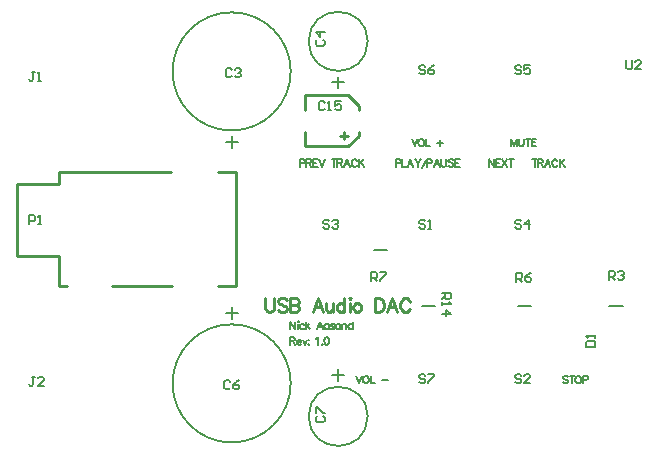
<source format=gto>
%FSLAX24Y24*%
%MOIN*%
G70*
G01*
G75*
G04 Layer_Color=65535*
%ADD10R,0.0433X0.0492*%
%ADD11R,0.0512X0.0610*%
%ADD12R,0.0512X0.0394*%
%ADD13R,0.0866X0.0374*%
%ADD14R,0.0551X0.0472*%
%ADD15C,0.0120*%
%ADD16C,0.0100*%
%ADD17C,0.0340*%
%ADD18C,0.0532*%
%ADD19R,0.0532X0.0532*%
%ADD20C,0.0591*%
%ADD21R,0.0591X0.0591*%
%ADD22C,0.1100*%
%ADD23C,0.0540*%
%ADD24C,0.0787*%
%ADD25C,0.0689*%
%ADD26R,0.1144X0.1144*%
%ADD27C,0.1654*%
%ADD28C,0.1220*%
%ADD29C,0.0500*%
%ADD30C,0.0300*%
%ADD31C,0.0250*%
%ADD32R,0.0394X0.0512*%
%ADD33O,0.0217X0.0630*%
%ADD34O,0.0630X0.0217*%
%ADD35R,0.0433X0.0551*%
%ADD36R,0.0551X0.0433*%
%ADD37R,0.0472X0.0551*%
%ADD38R,0.0315X0.0354*%
%ADD39R,0.0980X0.0790*%
%ADD40R,0.0940X0.0200*%
%ADD41C,0.0200*%
%ADD42C,0.0150*%
%ADD43C,0.0500*%
%ADD44C,0.0079*%
%ADD45C,0.0050*%
%ADD46C,0.0059*%
%ADD47C,0.0059*%
D16*
X19000Y33100D02*
X19250D01*
X24300D02*
X24900D01*
X20760D02*
X22750D01*
X24310Y36900D02*
X24900D01*
X19000D02*
X22730D01*
X19000Y36500D02*
Y36900D01*
Y33100D02*
Y34100D01*
X17600Y36500D02*
X19000D01*
X17600Y34100D02*
X19000D01*
X24900Y33100D02*
Y36900D01*
X17600Y34100D02*
Y36500D01*
X27205Y37754D02*
X28640D01*
X28994Y38108D01*
X27205Y39446D02*
X28640D01*
X28994Y39092D01*
X27205Y38955D02*
Y39446D01*
Y37754D02*
Y38245D01*
X28994Y38108D02*
Y38245D01*
Y38955D02*
Y39092D01*
X28483Y37980D02*
Y38245D01*
X28346Y38112D02*
X28621D01*
X25870Y32680D02*
Y32359D01*
X25891Y32294D01*
X25934Y32251D01*
X25999Y32230D01*
X26041D01*
X26106Y32251D01*
X26149Y32294D01*
X26170Y32359D01*
Y32680D01*
X26594Y32616D02*
X26551Y32658D01*
X26487Y32680D01*
X26401D01*
X26337Y32658D01*
X26294Y32616D01*
Y32573D01*
X26316Y32530D01*
X26337Y32509D01*
X26380Y32487D01*
X26508Y32444D01*
X26551Y32423D01*
X26573Y32401D01*
X26594Y32359D01*
Y32294D01*
X26551Y32251D01*
X26487Y32230D01*
X26401D01*
X26337Y32251D01*
X26294Y32294D01*
X26695Y32680D02*
Y32230D01*
Y32680D02*
X26888D01*
X26952Y32658D01*
X26973Y32637D01*
X26995Y32594D01*
Y32551D01*
X26973Y32509D01*
X26952Y32487D01*
X26888Y32466D01*
X26695D02*
X26888D01*
X26952Y32444D01*
X26973Y32423D01*
X26995Y32380D01*
Y32316D01*
X26973Y32273D01*
X26952Y32251D01*
X26888Y32230D01*
X26695D01*
X27792D02*
X27620Y32680D01*
X27449Y32230D01*
X27513Y32380D02*
X27727D01*
X27897Y32530D02*
Y32316D01*
X27918Y32251D01*
X27961Y32230D01*
X28025D01*
X28068Y32251D01*
X28132Y32316D01*
Y32530D02*
Y32230D01*
X28507Y32680D02*
Y32230D01*
Y32466D02*
X28464Y32509D01*
X28422Y32530D01*
X28357D01*
X28314Y32509D01*
X28272Y32466D01*
X28250Y32401D01*
Y32359D01*
X28272Y32294D01*
X28314Y32251D01*
X28357Y32230D01*
X28422D01*
X28464Y32251D01*
X28507Y32294D01*
X28670Y32680D02*
X28692Y32658D01*
X28713Y32680D01*
X28692Y32701D01*
X28670Y32680D01*
X28692Y32530D02*
Y32230D01*
X28899Y32530D02*
X28856Y32509D01*
X28814Y32466D01*
X28792Y32401D01*
Y32359D01*
X28814Y32294D01*
X28856Y32251D01*
X28899Y32230D01*
X28964D01*
X29006Y32251D01*
X29049Y32294D01*
X29071Y32359D01*
Y32401D01*
X29049Y32466D01*
X29006Y32509D01*
X28964Y32530D01*
X28899D01*
X29523Y32680D02*
Y32230D01*
Y32680D02*
X29673D01*
X29737Y32658D01*
X29780Y32616D01*
X29801Y32573D01*
X29823Y32509D01*
Y32401D01*
X29801Y32337D01*
X29780Y32294D01*
X29737Y32251D01*
X29673Y32230D01*
X29523D01*
X30266D02*
X30095Y32680D01*
X29923Y32230D01*
X29988Y32380D02*
X30202D01*
X30693Y32573D02*
X30671Y32616D01*
X30628Y32658D01*
X30585Y32680D01*
X30500D01*
X30457Y32658D01*
X30414Y32616D01*
X30393Y32573D01*
X30371Y32509D01*
Y32401D01*
X30393Y32337D01*
X30414Y32294D01*
X30457Y32251D01*
X30500Y32230D01*
X30585D01*
X30628Y32251D01*
X30671Y32294D01*
X30693Y32337D01*
D44*
X29284Y41250D02*
G03*
X29284Y41250I-984J0D01*
G01*
X26718Y40250D02*
G03*
X26718Y40250I-1969J0D01*
G01*
Y29850D02*
G03*
X26718Y29850I-1969J0D01*
G01*
X29284Y28750D02*
G03*
X29284Y28750I-984J0D01*
G01*
X31083Y32420D02*
X31517D01*
X34283D02*
X34717D01*
X29483Y34300D02*
X29917D01*
X37334Y32420D02*
X37806D01*
D45*
X24750Y40300D02*
X24700Y40350D01*
X24600D01*
X24550Y40300D01*
Y40100D01*
X24600Y40050D01*
X24700D01*
X24750Y40100D01*
X24850Y40300D02*
X24900Y40350D01*
X25000D01*
X25050Y40300D01*
Y40250D01*
X25000Y40200D01*
X24950D01*
X25000D01*
X25050Y40150D01*
Y40100D01*
X25000Y40050D01*
X24900D01*
X24850Y40100D01*
X27600Y41300D02*
X27550Y41250D01*
Y41150D01*
X27600Y41100D01*
X27800D01*
X27850Y41150D01*
Y41250D01*
X27800Y41300D01*
X27850Y41550D02*
X27550D01*
X27700Y41400D01*
Y41600D01*
X24700Y29900D02*
X24650Y29950D01*
X24550D01*
X24500Y29900D01*
Y29700D01*
X24550Y29650D01*
X24650D01*
X24700Y29700D01*
X25000Y29950D02*
X24900Y29900D01*
X24800Y29800D01*
Y29700D01*
X24850Y29650D01*
X24950D01*
X25000Y29700D01*
Y29750D01*
X24950Y29800D01*
X24800D01*
X27600Y28750D02*
X27550Y28700D01*
Y28600D01*
X27600Y28550D01*
X27800D01*
X27850Y28600D01*
Y28700D01*
X27800Y28750D01*
X27550Y28850D02*
Y29050D01*
X27600D01*
X27800Y28850D01*
X27850D01*
X27850Y39200D02*
X27800Y39250D01*
X27700D01*
X27650Y39200D01*
Y39000D01*
X27700Y38950D01*
X27800D01*
X27850Y39000D01*
X27950Y38950D02*
X28050D01*
X28000D01*
Y39250D01*
X27950Y39200D01*
X28400Y39250D02*
X28200D01*
Y39100D01*
X28300Y39150D01*
X28350D01*
X28400Y39100D01*
Y39000D01*
X28350Y38950D01*
X28250D01*
X28200Y39000D01*
X36570Y31067D02*
X36870D01*
Y31217D01*
X36820Y31267D01*
X36620D01*
X36570Y31217D01*
Y31067D01*
X36870Y31367D02*
Y31467D01*
Y31417D01*
X36570D01*
X36620Y31367D01*
X18190Y40230D02*
X18090D01*
X18140D01*
Y39980D01*
X18090Y39930D01*
X18040D01*
X17990Y39980D01*
X18290Y39930D02*
X18390D01*
X18340D01*
Y40230D01*
X18290Y40180D01*
X18190Y30070D02*
X18090D01*
X18140D01*
Y29820D01*
X18090Y29770D01*
X18040D01*
X17990Y29820D01*
X18490Y29770D02*
X18290D01*
X18490Y29970D01*
Y30020D01*
X18440Y30070D01*
X18340D01*
X18290Y30020D01*
X18000Y35150D02*
Y35450D01*
X18150D01*
X18200Y35400D01*
Y35300D01*
X18150Y35250D01*
X18000D01*
X18300Y35150D02*
X18400D01*
X18350D01*
Y35450D01*
X18300Y35400D01*
X37317Y33312D02*
Y33612D01*
X37467D01*
X37517Y33562D01*
Y33462D01*
X37467Y33412D01*
X37317D01*
X37417D02*
X37517Y33312D01*
X37617Y33562D02*
X37667Y33612D01*
X37767D01*
X37817Y33562D01*
Y33512D01*
X37767Y33462D01*
X37717D01*
X37767D01*
X37817Y33412D01*
Y33362D01*
X37767Y33312D01*
X37667D01*
X37617Y33362D01*
X34240Y33240D02*
Y33540D01*
X34390D01*
X34440Y33490D01*
Y33390D01*
X34390Y33340D01*
X34240D01*
X34340D02*
X34440Y33240D01*
X34740Y33540D02*
X34640Y33490D01*
X34540Y33390D01*
Y33290D01*
X34590Y33240D01*
X34690D01*
X34740Y33290D01*
Y33340D01*
X34690Y33390D01*
X34540D01*
X29400Y33250D02*
Y33550D01*
X29550D01*
X29600Y33500D01*
Y33400D01*
X29550Y33350D01*
X29400D01*
X29500D02*
X29600Y33250D01*
X29700Y33550D02*
X29900D01*
Y33500D01*
X29700Y33300D01*
Y33250D01*
X31750Y32850D02*
X32050D01*
Y32700D01*
X32000Y32650D01*
X31900D01*
X31850Y32700D01*
Y32850D01*
Y32750D02*
X31750Y32650D01*
Y32550D02*
Y32450D01*
Y32500D01*
X32050D01*
X32000Y32550D01*
X31750Y32150D02*
X32050D01*
X31900Y32300D01*
Y32100D01*
X31200Y35250D02*
X31150Y35300D01*
X31050D01*
X31000Y35250D01*
Y35200D01*
X31050Y35150D01*
X31150D01*
X31200Y35100D01*
Y35050D01*
X31150Y35000D01*
X31050D01*
X31000Y35050D01*
X31300Y35000D02*
X31400D01*
X31350D01*
Y35300D01*
X31300Y35250D01*
X34400Y30100D02*
X34350Y30150D01*
X34250D01*
X34200Y30100D01*
Y30050D01*
X34250Y30000D01*
X34350D01*
X34400Y29950D01*
Y29900D01*
X34350Y29850D01*
X34250D01*
X34200Y29900D01*
X34700Y29850D02*
X34500D01*
X34700Y30050D01*
Y30100D01*
X34650Y30150D01*
X34550D01*
X34500Y30100D01*
X28000Y35250D02*
X27950Y35300D01*
X27850D01*
X27800Y35250D01*
Y35200D01*
X27850Y35150D01*
X27950D01*
X28000Y35100D01*
Y35050D01*
X27950Y35000D01*
X27850D01*
X27800Y35050D01*
X28100Y35250D02*
X28150Y35300D01*
X28250D01*
X28300Y35250D01*
Y35200D01*
X28250Y35150D01*
X28200D01*
X28250D01*
X28300Y35100D01*
Y35050D01*
X28250Y35000D01*
X28150D01*
X28100Y35050D01*
X34400Y35250D02*
X34350Y35300D01*
X34250D01*
X34200Y35250D01*
Y35200D01*
X34250Y35150D01*
X34350D01*
X34400Y35100D01*
Y35050D01*
X34350Y35000D01*
X34250D01*
X34200Y35050D01*
X34650Y35000D02*
Y35300D01*
X34500Y35150D01*
X34700D01*
X34400Y40400D02*
X34350Y40450D01*
X34250D01*
X34200Y40400D01*
Y40350D01*
X34250Y40300D01*
X34350D01*
X34400Y40250D01*
Y40200D01*
X34350Y40150D01*
X34250D01*
X34200Y40200D01*
X34700Y40450D02*
X34500D01*
Y40300D01*
X34600Y40350D01*
X34650D01*
X34700Y40300D01*
Y40200D01*
X34650Y40150D01*
X34550D01*
X34500Y40200D01*
X31200Y40400D02*
X31150Y40450D01*
X31050D01*
X31000Y40400D01*
Y40350D01*
X31050Y40300D01*
X31150D01*
X31200Y40250D01*
Y40200D01*
X31150Y40150D01*
X31050D01*
X31000Y40200D01*
X31500Y40450D02*
X31400Y40400D01*
X31300Y40300D01*
Y40200D01*
X31350Y40150D01*
X31450D01*
X31500Y40200D01*
Y40250D01*
X31450Y40300D01*
X31300D01*
X31200Y30100D02*
X31150Y30150D01*
X31050D01*
X31000Y30100D01*
Y30050D01*
X31050Y30000D01*
X31150D01*
X31200Y29950D01*
Y29900D01*
X31150Y29850D01*
X31050D01*
X31000Y29900D01*
X31300Y30150D02*
X31500D01*
Y30100D01*
X31300Y29900D01*
Y29850D01*
X37900Y40620D02*
Y40370D01*
X37950Y40320D01*
X38050D01*
X38100Y40370D01*
Y40620D01*
X38400Y40320D02*
X38200D01*
X38400Y40520D01*
Y40570D01*
X38350Y40620D01*
X38250D01*
X38200Y40570D01*
X26700Y31390D02*
Y31140D01*
Y31390D02*
X26807D01*
X26843Y31378D01*
X26855Y31366D01*
X26867Y31342D01*
Y31319D01*
X26855Y31295D01*
X26843Y31283D01*
X26807Y31271D01*
X26700D01*
X26783D02*
X26867Y31140D01*
X26923Y31235D02*
X27065D01*
Y31259D01*
X27053Y31283D01*
X27042Y31295D01*
X27018Y31307D01*
X26982D01*
X26958Y31295D01*
X26934Y31271D01*
X26923Y31235D01*
Y31211D01*
X26934Y31176D01*
X26958Y31152D01*
X26982Y31140D01*
X27018D01*
X27042Y31152D01*
X27065Y31176D01*
X27119Y31307D02*
X27190Y31140D01*
X27262Y31307D02*
X27190Y31140D01*
X27314Y31307D02*
X27302Y31295D01*
X27314Y31283D01*
X27326Y31295D01*
X27314Y31307D01*
Y31164D02*
X27302Y31152D01*
X27314Y31140D01*
X27326Y31152D01*
X27314Y31164D01*
X27577Y31342D02*
X27601Y31354D01*
X27637Y31390D01*
Y31140D01*
X27772Y31164D02*
X27760Y31152D01*
X27772Y31140D01*
X27784Y31152D01*
X27772Y31164D01*
X27910Y31390D02*
X27875Y31378D01*
X27851Y31342D01*
X27839Y31283D01*
Y31247D01*
X27851Y31188D01*
X27875Y31152D01*
X27910Y31140D01*
X27934D01*
X27970Y31152D01*
X27994Y31188D01*
X28006Y31247D01*
Y31283D01*
X27994Y31342D01*
X27970Y31378D01*
X27934Y31390D01*
X27910D01*
X26700Y31910D02*
Y31660D01*
Y31910D02*
X26867Y31660D01*
Y31910D02*
Y31660D01*
X26959Y31910D02*
X26971Y31898D01*
X26983Y31910D01*
X26971Y31922D01*
X26959Y31910D01*
X26971Y31827D02*
Y31660D01*
X27170Y31791D02*
X27146Y31815D01*
X27123Y31827D01*
X27087D01*
X27063Y31815D01*
X27039Y31791D01*
X27027Y31755D01*
Y31731D01*
X27039Y31696D01*
X27063Y31672D01*
X27087Y31660D01*
X27123D01*
X27146Y31672D01*
X27170Y31696D01*
X27224Y31910D02*
Y31660D01*
X27343Y31827D02*
X27224Y31708D01*
X27271Y31755D02*
X27355Y31660D01*
X27781D02*
X27685Y31910D01*
X27590Y31660D01*
X27626Y31743D02*
X27745D01*
X27982Y31827D02*
Y31660D01*
Y31791D02*
X27958Y31815D01*
X27934Y31827D01*
X27899D01*
X27875Y31815D01*
X27851Y31791D01*
X27839Y31755D01*
Y31731D01*
X27851Y31696D01*
X27875Y31672D01*
X27899Y31660D01*
X27934D01*
X27958Y31672D01*
X27982Y31696D01*
X28179Y31791D02*
X28168Y31815D01*
X28132Y31827D01*
X28096D01*
X28060Y31815D01*
X28049Y31791D01*
X28060Y31767D01*
X28084Y31755D01*
X28144Y31743D01*
X28168Y31731D01*
X28179Y31708D01*
Y31696D01*
X28168Y31672D01*
X28132Y31660D01*
X28096D01*
X28060Y31672D01*
X28049Y31696D01*
X28375Y31827D02*
Y31660D01*
Y31791D02*
X28351Y31815D01*
X28327Y31827D01*
X28291D01*
X28268Y31815D01*
X28244Y31791D01*
X28232Y31755D01*
Y31731D01*
X28244Y31696D01*
X28268Y31672D01*
X28291Y31660D01*
X28327D01*
X28351Y31672D01*
X28375Y31696D01*
X28441Y31827D02*
Y31660D01*
Y31779D02*
X28477Y31815D01*
X28501Y31827D01*
X28537D01*
X28560Y31815D01*
X28572Y31779D01*
Y31660D01*
X28781Y31910D02*
Y31660D01*
Y31791D02*
X28757Y31815D01*
X28733Y31827D01*
X28697D01*
X28673Y31815D01*
X28650Y31791D01*
X28638Y31755D01*
Y31731D01*
X28650Y31696D01*
X28673Y31672D01*
X28697Y31660D01*
X28733D01*
X28757Y31672D01*
X28781Y31696D01*
X30220Y37189D02*
X30327D01*
X30363Y37201D01*
X30375Y37213D01*
X30387Y37237D01*
Y37272D01*
X30375Y37296D01*
X30363Y37308D01*
X30327Y37320D01*
X30220D01*
Y37070D01*
X30443Y37320D02*
Y37070D01*
X30585D01*
X30803D02*
X30708Y37320D01*
X30613Y37070D01*
X30648Y37153D02*
X30768D01*
X30862Y37320D02*
X30957Y37201D01*
Y37070D01*
X31052Y37320D02*
X30957Y37201D01*
X31084Y37034D02*
X31251Y37320D01*
X31267Y37189D02*
X31375D01*
X31410Y37201D01*
X31422Y37213D01*
X31434Y37237D01*
Y37272D01*
X31422Y37296D01*
X31410Y37308D01*
X31375Y37320D01*
X31267D01*
Y37070D01*
X31680D02*
X31585Y37320D01*
X31490Y37070D01*
X31526Y37153D02*
X31645D01*
X31739Y37320D02*
Y37141D01*
X31751Y37106D01*
X31774Y37082D01*
X31810Y37070D01*
X31834D01*
X31870Y37082D01*
X31893Y37106D01*
X31905Y37141D01*
Y37320D01*
X32141Y37284D02*
X32117Y37308D01*
X32082Y37320D01*
X32034D01*
X31998Y37308D01*
X31974Y37284D01*
Y37260D01*
X31986Y37237D01*
X31998Y37225D01*
X32022Y37213D01*
X32093Y37189D01*
X32117Y37177D01*
X32129Y37165D01*
X32141Y37141D01*
Y37106D01*
X32117Y37082D01*
X32082Y37070D01*
X32034D01*
X31998Y37082D01*
X31974Y37106D01*
X32352Y37320D02*
X32197D01*
Y37070D01*
X32352D01*
X32197Y37201D02*
X32292D01*
X30750Y38001D02*
X30845Y37751D01*
X30940Y38001D02*
X30845Y37751D01*
X31044Y38001D02*
X31020Y37989D01*
X30996Y37965D01*
X30984Y37941D01*
X30973Y37905D01*
Y37846D01*
X30984Y37810D01*
X30996Y37786D01*
X31020Y37763D01*
X31044Y37751D01*
X31092D01*
X31115Y37763D01*
X31139Y37786D01*
X31151Y37810D01*
X31163Y37846D01*
Y37905D01*
X31151Y37941D01*
X31139Y37965D01*
X31115Y37989D01*
X31092Y38001D01*
X31044D01*
X31221D02*
Y37751D01*
X31364D01*
X31695Y37965D02*
Y37751D01*
X31588Y37858D02*
X31802D01*
X34060Y38000D02*
Y37750D01*
Y38000D02*
X34155Y37750D01*
X34250Y38000D02*
X34155Y37750D01*
X34250Y38000D02*
Y37750D01*
X34322Y38000D02*
Y37821D01*
X34334Y37786D01*
X34358Y37762D01*
X34393Y37750D01*
X34417D01*
X34453Y37762D01*
X34477Y37786D01*
X34488Y37821D01*
Y38000D01*
X34641D02*
Y37750D01*
X34558Y38000D02*
X34724D01*
X34909D02*
X34754D01*
Y37750D01*
X34909D01*
X34754Y37881D02*
X34849D01*
X28910Y30100D02*
X29005Y29850D01*
X29100Y30100D02*
X29005Y29850D01*
X29204Y30100D02*
X29180Y30088D01*
X29156Y30064D01*
X29144Y30040D01*
X29133Y30005D01*
Y29945D01*
X29144Y29910D01*
X29156Y29886D01*
X29180Y29862D01*
X29204Y29850D01*
X29252D01*
X29275Y29862D01*
X29299Y29886D01*
X29311Y29910D01*
X29323Y29945D01*
Y30005D01*
X29311Y30040D01*
X29299Y30064D01*
X29275Y30088D01*
X29252Y30100D01*
X29204D01*
X29381D02*
Y29850D01*
X29524D01*
X29748Y29957D02*
X29962D01*
X35957Y30064D02*
X35933Y30088D01*
X35897Y30100D01*
X35850D01*
X35814Y30088D01*
X35790Y30064D01*
Y30040D01*
X35802Y30017D01*
X35814Y30005D01*
X35838Y29993D01*
X35909Y29969D01*
X35933Y29957D01*
X35945Y29945D01*
X35957Y29921D01*
Y29886D01*
X35933Y29862D01*
X35897Y29850D01*
X35850D01*
X35814Y29862D01*
X35790Y29886D01*
X36096Y30100D02*
Y29850D01*
X36013Y30100D02*
X36179D01*
X36280D02*
X36257Y30088D01*
X36233Y30064D01*
X36221Y30040D01*
X36209Y30005D01*
Y29945D01*
X36221Y29910D01*
X36233Y29886D01*
X36257Y29862D01*
X36280Y29850D01*
X36328D01*
X36352Y29862D01*
X36376Y29886D01*
X36387Y29910D01*
X36399Y29945D01*
Y30005D01*
X36387Y30040D01*
X36376Y30064D01*
X36352Y30088D01*
X36328Y30100D01*
X36280D01*
X36458Y29969D02*
X36565D01*
X36601Y29981D01*
X36612Y29993D01*
X36624Y30017D01*
Y30052D01*
X36612Y30076D01*
X36601Y30088D01*
X36565Y30100D01*
X36458D01*
Y29850D01*
X33325Y37320D02*
Y37070D01*
Y37320D02*
X33492Y37070D01*
Y37320D02*
Y37070D01*
X33715Y37320D02*
X33561D01*
Y37070D01*
X33715D01*
X33561Y37201D02*
X33656D01*
X33757Y37320D02*
X33924Y37070D01*
Y37320D02*
X33757Y37070D01*
X34063Y37320D02*
Y37070D01*
X33980Y37320D02*
X34146D01*
X34848D02*
Y37070D01*
X34765Y37320D02*
X34932D01*
X34962D02*
Y37070D01*
Y37320D02*
X35069D01*
X35104Y37308D01*
X35116Y37296D01*
X35128Y37272D01*
Y37249D01*
X35116Y37225D01*
X35104Y37213D01*
X35069Y37201D01*
X34962D01*
X35045D02*
X35128Y37070D01*
X35375D02*
X35279Y37320D01*
X35184Y37070D01*
X35220Y37153D02*
X35339D01*
X35611Y37260D02*
X35600Y37284D01*
X35576Y37308D01*
X35552Y37320D01*
X35504D01*
X35480Y37308D01*
X35457Y37284D01*
X35445Y37260D01*
X35433Y37225D01*
Y37165D01*
X35445Y37130D01*
X35457Y37106D01*
X35480Y37082D01*
X35504Y37070D01*
X35552D01*
X35576Y37082D01*
X35600Y37106D01*
X35611Y37130D01*
X35682Y37320D02*
Y37070D01*
X35848Y37320D02*
X35682Y37153D01*
X35741Y37213D02*
X35848Y37070D01*
X27020Y37189D02*
X27127D01*
X27163Y37201D01*
X27175Y37213D01*
X27187Y37237D01*
Y37272D01*
X27175Y37296D01*
X27163Y37308D01*
X27127Y37320D01*
X27020D01*
Y37070D01*
X27243Y37320D02*
Y37070D01*
Y37320D02*
X27350D01*
X27385Y37308D01*
X27397Y37296D01*
X27409Y37272D01*
Y37249D01*
X27397Y37225D01*
X27385Y37213D01*
X27350Y37201D01*
X27243D01*
X27326D02*
X27409Y37070D01*
X27620Y37320D02*
X27465D01*
Y37070D01*
X27620D01*
X27465Y37201D02*
X27560D01*
X27662Y37320D02*
X27757Y37070D01*
X27852Y37320D02*
X27757Y37070D01*
X28164Y37320D02*
Y37070D01*
X28080Y37320D02*
X28247D01*
X28277D02*
Y37070D01*
Y37320D02*
X28384D01*
X28420Y37308D01*
X28432Y37296D01*
X28444Y37272D01*
Y37249D01*
X28432Y37225D01*
X28420Y37213D01*
X28384Y37201D01*
X28277D01*
X28360D02*
X28444Y37070D01*
X28690D02*
X28595Y37320D01*
X28499Y37070D01*
X28535Y37153D02*
X28654D01*
X28927Y37260D02*
X28915Y37284D01*
X28891Y37308D01*
X28867Y37320D01*
X28820D01*
X28796Y37308D01*
X28772Y37284D01*
X28760Y37260D01*
X28748Y37225D01*
Y37165D01*
X28760Y37130D01*
X28772Y37106D01*
X28796Y37082D01*
X28820Y37070D01*
X28867D01*
X28891Y37082D01*
X28915Y37106D01*
X28927Y37130D01*
X28997Y37320D02*
Y37070D01*
X29164Y37320D02*
X28997Y37153D01*
X29056Y37213D02*
X29164Y37070D01*
D46*
X28300Y39685D02*
Y40079D01*
X28103Y39882D02*
X28497D01*
X28300Y30315D02*
Y29921D01*
X28497Y30118D02*
X28103D01*
D47*
X24750Y37705D02*
Y38098D01*
X24553Y37902D02*
X24947D01*
X24750Y32395D02*
Y32002D01*
X24947Y32198D02*
X24553D01*
M02*

</source>
